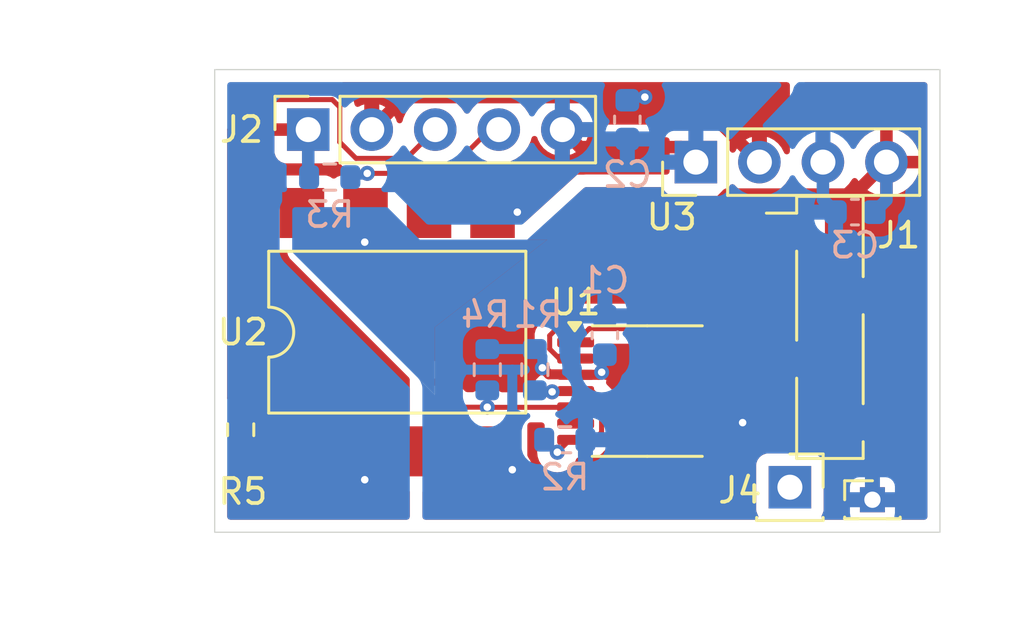
<source format=kicad_pcb>
(kicad_pcb (version 20240108) (generator "pcbnew") (generator_version "8.0")
  (layers (0 "F.Cu" signal) (31 "B.Cu" signal) (34 "B.Paste" user) (35 "F.Paste" user) (36 "B.SilkS" user "B.Silkscreen") (37 "F.SilkS" user "F.Silkscreen") (38 "B.Mask" user) (39 "F.Mask" user) (44 "Edge.Cuts" user))
  (net 0 "")
  (net 1 "+5VA")
  (net 2 "Net-(U1A--)")
  (net 3 "GND1")
  (net 4 "/Rx")
  (net 5 "+3.3V")
  (net 6 "Net-(U1A-+)")
  (net 7 "Net-(R5-Pad2)")
  (net 8 "/Tx")
  (net 9 "/Txn")
  (net 11 "/Txp")
  (net 12 "/Rxn")
  (net 13 "/Rxp")
  (net 14 "Net-(U1-Pad13)")
  (net 15 "GND")
  (net 16 "+5V")
  (footprint "Connector_PinSocket_2.54mm:PinSocket_1x04_P2.54mm_Vertical_SMD_Pin1Left" (layer "F.Cu") (at 160.7 84.71)
    (property "Reference" "J1" (at 2.75 -3.685 0) (layer "F.SilkS"))
    (property "Value" "Output pairs")
    (fp_line (start -2.54 -4.57) (end -1.33 -4.57) (stroke (width 0.12)) (layer "F.SilkS"))
    (fp_line (start -1.33 -5.24) (end -1.33 -4.57) (stroke (width 0.12)) (layer "F.SilkS"))
    (fp_line (start -1.33 -5.24) (end 1.33 -5.24) (stroke (width 0.12)) (layer "F.SilkS"))
    (fp_line (start -1.33 -3.05) (end -1.33 0.51) (stroke (width 0.12)) (layer "F.SilkS"))
    (fp_line (start -1.33 2.03) (end -1.33 5.24) (stroke (width 0.12)) (layer "F.SilkS"))
    (fp_line (start -1.33 5.24) (end 1.33 5.24) (stroke (width 0.12)) (layer "F.SilkS"))
    (fp_line (start 1.33 -5.24) (end 1.33 -2.03) (stroke (width 0.12)) (layer "F.SilkS"))
    (fp_line (start 1.33 -0.51) (end 1.33 3.05) (stroke (width 0.12)) (layer "F.SilkS"))
    (fp_line (start 1.33 4.57) (end 1.33 5.24) (stroke (width 0.12)) (layer "F.SilkS"))
    (pad "1" smd rect (at -1.65 -3.81) (size 1.9 1) (layers "F.Cu" "F.Paste" "F.Mask") (net 11 "/Txp"))
    (pad "2" smd rect (at 1.65 -1.27) (size 1.9 1) (layers "F.Cu" "F.Paste" "F.Mask") (net 9 "/Txn"))
    (pad "3" smd rect (at -1.65 1.27) (size 1.9 1) (layers "F.Cu" "F.Paste" "F.Mask") (net 13 "/Rxp"))
    (pad "4" smd rect (at 1.65 3.81) (size 1.9 1) (layers "F.Cu" "F.Paste" "F.Mask") (net 12 "/Rxn"))
  )
  (footprint "Connector_PinHeader_1.27mm:PinHeader_1x01_P1.27mm_Vertical" (layer "F.Cu") (at 162.4 91.6)
    (property "Reference" "J3" (hide yes))
    (property "Value" "Conn_GND 1mm")
    (fp_line (start -1.11 -0.76) (end 0 -0.76) (stroke (width 0.12)) (layer "F.SilkS"))
    (fp_line (start -1.11 0) (end -1.11 -0.76) (stroke (width 0.12)) (layer "F.SilkS"))
    (fp_line (start -1.11 0.76) (end -1.11 0.695) (stroke (width 0.12)) (layer "F.SilkS"))
    (fp_line (start -1.11 0.76) (end -0.563471 0.76) (stroke (width 0.12)) (layer "F.SilkS"))
    (fp_line (start -1.11 0.76) (end 1.11 0.76) (stroke (width 0.12)) (layer "F.SilkS"))
    (fp_line (start 0.563471 0.76) (end 1.11 0.76) (stroke (width 0.12)) (layer "F.SilkS"))
    (fp_line (start 1.11 0.76) (end 1.11 0.695) (stroke (width 0.12)) (layer "F.SilkS"))
    (pad "1" thru_hole rect (at 0 0) (size 1 1) (drill 0.65) (layers "*.Cu" "*.Mask") (net 3 "GND1"))
  )
  (footprint "Package_DIP:SMDIP-8_W9.53mm" (layer "F.Cu") (at 143.4 84.9 90)
    (property "Reference" "U2" (at 0 -6.175 0) (layer "F.SilkS"))
    (property "Value" "LTV-827S")
    (fp_line (start 3.235 -5.14) (end 1 -5.14) (stroke (width 0.12)) (layer "F.SilkS"))
    (fp_line (start -1 -5.14) (end -3.235 -5.14) (stroke (width 0.12)) (layer "F.SilkS"))
    (fp_line (start -3.235 -5.14) (end -3.235 5.14) (stroke (width 0.12)) (layer "F.SilkS"))
    (fp_line (start 3.235 5.14) (end 3.235 -5.14) (stroke (width 0.12)) (layer "F.SilkS"))
    (fp_line (start -3.235 5.14) (end 3.235 5.14) (stroke (width 0.12)) (layer "F.SilkS"))
    (fp_arc (start 1 -5.14) (mid 0 -4.14) (end -1 -5.14) (stroke (width 0.12)) (layer "F.SilkS"))
    (pad "1" smd rect (at -4.765 -3.81 90) (size 2 1.78) (layers "F.Cu" "F.Paste" "F.Mask") (net 7 "Net-(R5-Pad2)"))
    (pad "2" smd rect (at -4.765 -1.27 90) (size 2 1.78) (layers "F.Cu" "F.Paste" "F.Mask") (net 15 "GND"))
    (pad "3" smd rect (at -4.765 1.27 90) (size 2 1.78) (layers "F.Cu" "F.Paste" "F.Mask") (net 14 "Net-(U1-Pad13)"))
    (pad "4" smd rect (at -4.765 3.81 90) (size 2 1.78) (layers "F.Cu" "F.Paste" "F.Mask") (net 3 "GND1"))
    (pad "5" smd rect (at 4.765 3.81 90) (size 2 1.78) (layers "F.Cu" "F.Paste" "F.Mask") (net 15 "GND"))
    (pad "6" smd rect (at 4.765 1.27 90) (size 2 1.78) (layers "F.Cu" "F.Paste" "F.Mask") (net 4 "/Rx"))
    (pad "7" smd rect (at 4.765 -1.27 90) (size 2 1.78) (layers "F.Cu" "F.Paste" "F.Mask") (net 3 "GND1"))
    (pad "8" smd rect (at 4.765 -3.81 90) (size 2 1.78) (layers "F.Cu" "F.Paste" "F.Mask") (net 6 "Net-(U1A-+)"))
  )
  (footprint "Connector_PinSocket_2.54mm:PinSocket_1x01_P2.54mm_Vertical" (layer "F.Cu") (at 159.1 91.1)
    (property "Reference" "J4" (at -2 0.125 0) (layer "F.SilkS"))
    (property "Value" "MH_2.54mm")
    (fp_line (start -1.33 1.21) (end -1.33 1.33) (stroke (width 0.12)) (layer "F.SilkS"))
    (fp_line (start -1.33 1.33) (end 1.33 1.33) (stroke (width 0.12)) (layer "F.SilkS"))
    (fp_line (start 0 -1.33) (end 1.33 -1.33) (stroke (width 0.12)) (layer "F.SilkS"))
    (fp_line (start 1.33 -1.33) (end 1.33 0) (stroke (width 0.12)) (layer "F.SilkS"))
    (fp_line (start 1.33 1.21) (end 1.33 1.33) (stroke (width 0.12)) (layer "F.SilkS"))
    (pad "1" thru_hole rect (at 0 0) (size 1.7 1.7) (drill 1) (layers "*.Cu" "*.Mask"))
  )
  (footprint "Package_SO:TSSOP-14_4.4x5mm_P0.65mm" (layer "F.Cu") (at 153.395 87.255)
    (property "Reference" "U1" (at -2.87 -3.555 0) (layer "F.SilkS"))
    (property "Value" "LM339")
    (fp_line (start 0 -2.61) (end -2.2 -2.61) (stroke (width 0.12)) (layer "F.SilkS"))
    (fp_line (start 0 -2.61) (end 2.2 -2.61) (stroke (width 0.12)) (layer "F.SilkS"))
    (fp_line (start 0 2.61) (end -2.2 2.61) (stroke (width 0.12)) (layer "F.SilkS"))
    (fp_line (start 0 2.61) (end 2.2 2.61) (stroke (width 0.12)) (layer "F.SilkS"))
    (fp_poly (pts (xy -2.9 -2.41) (xy -3.14 -2.74) (xy -2.66 -2.74) (xy -2.9 -2.41)) (stroke (width 0.12)) (fill solid) (layer "F.SilkS"))
    (pad "1" smd roundrect (at -2.8625 -1.95) (size 1.475 0.4) (layers "F.Cu" "F.Paste" "F.Mask") (net 9 "/Txn"))
    (pad "2" smd roundrect (at -2.8625 -1.3) (size 1.475 0.4) (layers "F.Cu" "F.Paste" "F.Mask") (net 11 "/Txp"))
    (pad "3" smd roundrect (at -2.8625 -0.65) (size 1.475 0.4) (layers "F.Cu" "F.Paste" "F.Mask") (net 1 "+5VA"))
    (pad "4" smd roundrect (at -2.8625 0) (size 1.475 0.4) (layers "F.Cu" "F.Paste" "F.Mask") (net 2 "Net-(U1A--)"))
    (pad "5" smd roundrect (at -2.8625 0.65) (size 1.475 0.4) (layers "F.Cu" "F.Paste" "F.Mask") (net 6 "Net-(U1A-+)"))
    (pad "6" smd roundrect (at -2.8625 1.3) (size 1.475 0.4) (layers "F.Cu" "F.Paste" "F.Mask") (net 6 "Net-(U1A-+)"))
    (pad "7" smd roundrect (at -2.8625 1.95) (size 1.475 0.4) (layers "F.Cu" "F.Paste" "F.Mask") (net 2 "Net-(U1A--)"))
    (pad "8" smd roundrect (at 2.8625 1.95) (size 1.475 0.4) (layers "F.Cu" "F.Paste" "F.Mask") (net 3 "GND1"))
    (pad "9" smd roundrect (at 2.8625 1.3) (size 1.475 0.4) (layers "F.Cu" "F.Paste" "F.Mask") (net 3 "GND1"))
    (pad "10" smd roundrect (at 2.8625 0.65) (size 1.475 0.4) (layers "F.Cu" "F.Paste" "F.Mask") (net 12 "/Rxn"))
    (pad "11" smd roundrect (at 2.8625 0) (size 1.475 0.4) (layers "F.Cu" "F.Paste" "F.Mask") (net 13 "/Rxp"))
    (pad "12" smd roundrect (at 2.8625 -0.65) (size 1.475 0.4) (layers "F.Cu" "F.Paste" "F.Mask") (net 3 "GND1"))
    (pad "13" smd roundrect (at 2.8625 -1.3) (size 1.475 0.4) (layers "F.Cu" "F.Paste" "F.Mask") (net 14 "Net-(U1-Pad13)"))
    (pad "14" smd roundrect (at 2.8625 -1.95) (size 1.475 0.4) (layers "F.Cu" "F.Paste" "F.Mask"))
  )
  (footprint "Connector_PinHeader_2.54mm:PinHeader_1x04_P2.54mm_Vertical" (layer "F.Cu") (at 155.34 78.1 90)
    (property "Reference" "U3" (at -2.2 -0.965 0) (layer "F.SilkS"))
    (property "Value" "1S4E_0505S1.5U")
    (fp_line (start -1.33 -1.33) (end 0 -1.33) (stroke (width 0.12)) (layer "F.SilkS"))
    (fp_line (start -1.33 0) (end -1.33 -1.33) (stroke (width 0.12)) (layer "F.SilkS"))
    (fp_line (start 1.33 1.27) (end 1.33 8.95) (stroke (width 0.12)) (layer "F.SilkS"))
    (fp_line (start -1.33 1.27) (end 1.33 1.27) (stroke (width 0.12)) (layer "F.SilkS"))
    (fp_line (start -1.33 1.27) (end -1.33 8.95) (stroke (width 0.12)) (layer "F.SilkS"))
    (fp_line (start -1.33 8.95) (end 1.33 8.95) (stroke (width 0.12)) (layer "F.SilkS"))
    (pad "1" thru_hole rect (at 0 0 90) (size 1.7 1.7) (drill 1) (layers "*.Cu" "*.Mask") (net 15 "GND"))
    (pad "2" thru_hole oval (at 0 2.54 90) (size 1.7 1.7) (drill 1) (layers "*.Cu" "*.Mask") (net 16 "+5V"))
    (pad "3" thru_hole oval (at 0 5.08 90) (size 1.7 1.7) (drill 1) (layers "*.Cu" "*.Mask") (net 3 "GND1"))
    (pad "4" thru_hole oval (at 0 7.62 90) (size 1.7 1.7) (drill 1) (layers "*.Cu" "*.Mask") (net 1 "+5VA"))
  )
  (footprint "Resistor_SMD:R_0603_1608Metric" (layer "F.Cu") (at 137.14 88.8 -90)
    (property "Reference" "R5" (at 2.475 -0.085 180) (layer "F.SilkS"))
    (property "Value" "100")
    (fp_line (start -0.237258 0.5225) (end 0.237258 0.5225) (stroke (width 0.12)) (layer "F.SilkS"))
    (fp_line (start -0.237258 -0.5225) (end 0.237258 -0.5225) (stroke (width 0.12)) (layer "F.SilkS"))
    (pad "1" smd roundrect (at -0.825 0 270) (size 0.8 0.95) (layers "F.Cu" "F.Paste" "F.Mask") (net 8 "/Tx"))
    (pad "2" smd roundrect (at 0.825 0 270) (size 0.8 0.95) (layers "F.Cu" "F.Paste" "F.Mask") (net 7 "Net-(R5-Pad2)"))
  )
  (footprint "Connector_PinSocket_2.54mm:PinSocket_1x05_P2.54mm_Vertical" (layer "F.Cu") (at 139.84 76.8 90)
    (property "Reference" "J2" (at 0 -2.665 0) (layer "F.SilkS"))
    (property "Value" "Conn_01x05")
    (fp_line (start 1.33 -1.33) (end 1.33 0) (stroke (width 0.12)) (layer "F.SilkS"))
    (fp_line (start 0 -1.33) (end 1.33 -1.33) (stroke (width 0.12)) (layer "F.SilkS"))
    (fp_line (start 1.33 1.27) (end 1.33 11.49) (stroke (width 0.12)) (layer "F.SilkS"))
    (fp_line (start -1.33 1.27) (end 1.33 1.27) (stroke (width 0.12)) (layer "F.SilkS"))
    (fp_line (start -1.33 1.27) (end -1.33 11.49) (stroke (width 0.12)) (layer "F.SilkS"))
    (fp_line (start -1.33 11.49) (end 1.33 11.49) (stroke (width 0.12)) (layer "F.SilkS"))
    (pad "1" thru_hole rect (at 0 0 90) (size 1.7 1.7) (drill 1) (layers "*.Cu" "*.Mask") (net 5 "+3.3V"))
    (pad "2" thru_hole oval (at 0 2.54 90) (size 1.7 1.7) (drill 1) (layers "*.Cu" "*.Mask") (net 16 "+5V"))
    (pad "3" thru_hole oval (at 0 5.08 90) (size 1.7 1.7) (drill 1) (layers "*.Cu" "*.Mask") (net 8 "/Tx"))
    (pad "4" thru_hole oval (at 0 7.62 90) (size 1.7 1.7) (drill 1) (layers "*.Cu" "*.Mask") (net 4 "/Rx"))
    (pad "5" thru_hole oval (at 0 10.16 90) (size 1.7 1.7) (drill 1) (layers "*.Cu" "*.Mask") (net 15 "GND"))
  )
  (footprint "Resistor_SMD:R_0603_1608Metric" (layer "B.Cu") (at 148.9 86.4 -90)
    (property "Reference" "R1" (at -2.2 -0.125 180) (layer "B.SilkS") (effects (justify mirror)))
    (property "Value" "127")
    (fp_line (start 0.237258 0.5225) (end -0.237258 0.5225) (stroke (width 0.12)) (layer "B.SilkS"))
    (fp_line (start 0.237258 -0.5225) (end -0.237258 -0.5225) (stroke (width 0.12)) (layer "B.SilkS"))
    (pad "1" smd roundrect (at -0.825 0 270) (size 0.8 0.95) (layers "B.Cu" "B.Paste" "B.Mask") (net 1 "+5VA"))
    (pad "2" smd roundrect (at 0.825 0 270) (size 0.8 0.95) (layers "B.Cu" "B.Paste" "B.Mask") (net 2 "Net-(U1A--)"))
  )
  (footprint "Resistor_SMD:R_0603_1608Metric" (layer "B.Cu") (at 140.7 78.7)
    (property "Reference" "R3" (at 0 1.5 0) (layer "B.SilkS") (effects (justify mirror)))
    (property "Value" "10k")
    (fp_line (start 0.237258 -0.5225) (end -0.237258 -0.5225) (stroke (width 0.12)) (layer "B.SilkS"))
    (fp_line (start 0.237258 0.5225) (end -0.237258 0.5225) (stroke (width 0.12)) (layer "B.SilkS"))
    (pad "1" smd roundrect (at -0.825 0) (size 0.8 0.95) (layers "B.Cu" "B.Paste" "B.Mask") (net 5 "+3.3V"))
    (pad "2" smd roundrect (at 0.825 0) (size 0.8 0.95) (layers "B.Cu" "B.Paste" "B.Mask") (net 4 "/Rx"))
  )
  (footprint "Capacitor_SMD:C_0603_1608Metric" (layer "B.Cu") (at 152.6 76.4 -90)
    (property "Reference" "C2" (at 2.2 0 180) (layer "B.SilkS") (effects (justify mirror)))
    (property "Value" "4.7u")
    (fp_line (start 0.14058 0.51) (end -0.14058 0.51) (stroke (width 0.12)) (layer "B.SilkS"))
    (fp_line (start 0.14058 -0.51) (end -0.14058 -0.51) (stroke (width 0.12)) (layer "B.SilkS"))
    (pad "1" smd roundrect (at -0.775 0 270) (size 0.9 0.95) (layers "B.Cu" "B.Paste" "B.Mask") (net 16 "+5V"))
    (pad "2" smd roundrect (at 0.775 0 270) (size 0.9 0.95) (layers "B.Cu" "B.Paste" "B.Mask") (net 15 "GND"))
  )
  (footprint "Resistor_SMD:R_0603_1608Metric" (layer "B.Cu") (at 150.1 89.2)
    (property "Reference" "R2" (at 0 1.5 180) (layer "B.SilkS") (effects (justify mirror)))
    (property "Value" "127")
    (fp_line (start 0.237258 -0.5225) (end -0.237258 -0.5225) (stroke (width 0.12)) (layer "B.SilkS"))
    (fp_line (start 0.237258 0.5225) (end -0.237258 0.5225) (stroke (width 0.12)) (layer "B.SilkS"))
    (pad "1" smd roundrect (at -0.825 0) (size 0.8 0.95) (layers "B.Cu" "B.Paste" "B.Mask") (net 2 "Net-(U1A--)"))
    (pad "2" smd roundrect (at 0.825 0) (size 0.8 0.95) (layers "B.Cu" "B.Paste" "B.Mask") (net 3 "GND1"))
  )
  (footprint "Capacitor_SMD:C_0603_1608Metric" (layer "B.Cu") (at 151.7 85.025 90)
    (property "Reference" "C1" (at 2.2 0 0) (layer "B.SilkS") (effects (justify mirror)))
    (property "Value" "0.1u")
    (fp_line (start 0.14058 -0.51) (end -0.14058 -0.51) (stroke (width 0.12)) (layer "B.SilkS"))
    (fp_line (start 0.14058 0.51) (end -0.14058 0.51) (stroke (width 0.12)) (layer "B.SilkS"))
    (pad "1" smd roundrect (at -0.775 0 90) (size 0.9 0.95) (layers "B.Cu" "B.Paste" "B.Mask") (net 1 "+5VA"))
    (pad "2" smd roundrect (at 0.775 0 90) (size 0.9 0.95) (layers "B.Cu" "B.Paste" "B.Mask") (net 3 "GND1"))
  )
  (footprint "Resistor_SMD:R_0603_1608Metric" (layer "B.Cu") (at 147 86.4 -90)
    (property "Reference" "R4" (at -2.2 0.075 180) (layer "B.SilkS") (effects (justify mirror)))
    (property "Value" "10k")
    (fp_line (start 0.237258 0.5225) (end -0.237258 0.5225) (stroke (width 0.12)) (layer "B.SilkS"))
    (fp_line (start 0.237258 -0.5225) (end -0.237258 -0.5225) (stroke (width 0.12)) (layer "B.SilkS"))
    (pad "1" smd roundrect (at -0.825 0 270) (size 0.8 0.95) (layers "B.Cu" "B.Paste" "B.Mask") (net 1 "+5VA"))
    (pad "2" smd roundrect (at 0.825 0 270) (size 0.8 0.95) (layers "B.Cu" "B.Paste" "B.Mask") (net 6 "Net-(U1A-+)"))
  )
  (footprint "Capacitor_SMD:C_0603_1608Metric" (layer "B.Cu") (at 161.7 80.1 180)
    (property "Reference" "C3" (at 0 -1.325 180) (layer "B.SilkS") (effects (justify mirror)))
    (property "Value" "10u")
    (fp_line (start 0.14058 0.51) (end -0.14058 0.51) (stroke (width 0.12)) (layer "B.SilkS"))
    (fp_line (start 0.14058 -0.51) (end -0.14058 -0.51) (stroke (width 0.12)) (layer "B.SilkS"))
    (pad "1" smd roundrect (at -0.775 0 180) (size 0.9 0.95) (layers "B.Cu" "B.Paste" "B.Mask") (net 1 "+5VA"))
    (pad "2" smd roundrect (at 0.775 0 180) (size 0.9 0.95) (layers "B.Cu" "B.Paste" "B.Mask") (net 3 "GND1"))
  )
  (gr_rect (start 136.1 74.4) (end 165.1 92.9) (stroke (width 0.05)) (fill none) (layer "Edge.Cuts"))
  (segment (start 162.96 78.1) (end 161.66 79.4) (width 0.5) (layer "F.Cu") (net 1))
  (segment (start 151.469917 86.605) (end 151.57285 86.502067) (width 0.4) (layer "F.Cu") (net 1))
  (segment (start 150.5325 86.605) (end 151.469917 86.605) (width 0.4) (layer "F.Cu") (net 1))
  (segment (start 150.513378 86.585878) (end 149.461775 86.585878) (width 0.4) (layer "F.Cu") (net 1))
  (segment (start 156.6 79.4) (end 156.4 79.6) (width 0.5) (layer "F.Cu") (net 1))
  (segment (start 161.66 79.4) (end 156.6 79.4) (width 0.5) (layer "F.Cu") (net 1))
  (segment (start 150.5325 86.605) (end 150.513378 86.585878) (width 0.4) (layer "F.Cu") (net 1))
  (segment (start 149.461775 86.585878) (end 149.200935 86.325038) (width 0.4) (layer "F.Cu") (net 1))
  (via (at 149.200935 86.325038) (size 0.6) (drill 0.3) (layers "F.Cu" "B.Cu") (net 1))
  (via (at 151.57285 86.502067) (size 0.6) (drill 0.3) (layers "F.Cu" "B.Cu") (net 1))
  (segment (start 162.96 78.1) (end 162.96 79.615) (width 0.5) (layer "B.Cu") (net 1))
  (segment (start 149.200935 86.325038) (end 149.200935 85.875935) (width 0.4) (layer "B.Cu") (net 1))
  (segment (start 162.96 79.615) (end 162.475 80.1) (width 0.5) (layer "B.Cu") (net 1))
  (segment (start 151.57285 86.502067) (end 151.57285 85.80215) (width 0.4) (layer "B.Cu") (net 1))
  (segment (start 149.200935 85.875935) (end 148.9 85.575) (width 0.4) (layer "B.Cu") (net 1))
  (segment (start 148.9 85.575) (end 147 85.575) (width 0.4) (layer "B.Cu") (net 1))
  (segment (start 151.269999 89.205) (end 151.57 88.904999) (width 0.2) (layer "F.Cu") (net 2))
  (segment (start 149.623344 87.255) (end 150.5325 87.255) (width 0.2) (layer "F.Cu") (net 2))
  (segment (start 151.57 88.904999) (end 151.57 87.636544) (width 0.2) (layer "F.Cu") (net 2))
  (segment (start 151.188456 87.255) (end 150.5325 87.255) (width 0.2) (layer "F.Cu") (net 2))
  (segment (start 150.295 89.205) (end 149.8 89.7) (width 0.2) (layer "F.Cu") (net 2))
  (segment (start 151.57 87.636544) (end 151.188456 87.255) (width 0.2) (layer "F.Cu") (net 2))
  (segment (start 150.5325 89.205) (end 151.269999 89.205) (width 0.2) (layer "F.Cu") (net 2))
  (segment (start 149.592466 87.285878) (end 149.623344 87.255) (width 0.2) (layer "F.Cu") (net 2))
  (segment (start 150.5325 89.205) (end 150.295 89.205) (width 0.2) (layer "F.Cu") (net 2))
  (via (at 149.592466 87.285878) (size 0.6) (drill 0.3) (layers "F.Cu" "B.Cu") (net 2))
  (via (at 149.8 89.7) (size 0.6) (drill 0.3) (layers "F.Cu" "B.Cu") (net 2))
  (segment (start 149.275 89.2) (end 149.3 89.2) (width 0.2) (layer "B.Cu") (net 2))
  (segment (start 149.3 89.2) (end 149.8 89.7) (width 0.2) (layer "B.Cu") (net 2))
  (segment (start 149.592466 87.285878) (end 148.960878 87.285878) (width 0.2) (layer "B.Cu") (net 2))
  (segment (start 148.960878 87.285878) (end 148.9 87.225) (width 0.2) (layer "B.Cu") (net 2))
  (segment (start 142.13 81.27) (end 142.1 81.3) (width 0.5) (layer "F.Cu") (net 3))
  (segment (start 148 90.4) (end 147.265 89.665) (width 0.5) (layer "F.Cu") (net 3))
  (segment (start 155.22 88.22) (end 155.555 88.555) (width 0.2) (layer "F.Cu") (net 3))
  (segment (start 142.13 80.135) (end 142.13 81.27) (width 0.5) (layer "F.Cu") (net 3))
  (segment (start 157.209303 88.516593) (end 157.170896 88.555) (width 0.4) (layer "F.Cu") (net 3))
  (segment (start 155.555 88.555) (end 156.2575 88.555) (width 0.2) (layer "F.Cu") (net 3))
  (segment (start 157.170896 88.555) (end 156.2575 88.555) (width 0.4) (layer "F.Cu") (net 3))
  (segment (start 155.22 86.905001) (end 155.22 88.22) (width 0.2) (layer "F.Cu") (net 3))
  (segment (start 155.520001 86.605) (end 155.22 86.905001) (width 0.2) (layer "F.Cu") (net 3))
  (segment (start 157.209303 88.516593) (end 156.520896 89.205) (width 0.4) (layer "F.Cu") (net 3))
  (segment (start 156.520896 89.205) (end 156.2575 89.205) (width 0.2) (layer "F.Cu") (net 3))
  (segment (start 147.265 89.665) (end 147.21 89.665) (width 0.5) (layer "F.Cu") (net 3))
  (segment (start 156.2575 86.605) (end 155.520001 86.605) (width 0.2) (layer "F.Cu") (net 3))
  (via (at 148 90.4) (size 0.6) (drill 0.3) (layers "F.Cu" "B.Cu") (net 3))
  (via (at 157.209303 88.516593) (size 0.6) (drill 0.3) (layers "F.Cu" "B.Cu") (net 3))
  (via (at 142.1 81.3) (size 0.6) (drill 0.3) (layers "F.Cu" "B.Cu") (net 3))
  (segment (start 148.5 86.4) (end 148 86.4) (width 0.4) (layer "B.Cu") (net 3))
  (segment (start 160.42 79.595) (end 160.925 80.1) (width 0.5) (layer "B.Cu") (net 3))
  (segment (start 148 86.4) (end 148 88) (width 0.4) (layer "B.Cu") (net 3))
  (segment (start 145.8 86.4) (end 148 86.4) (width 0.4) (layer "B.Cu") (net 3))
  (segment (start 160.42 78.1) (end 160.42 79.595) (width 0.5) (layer "B.Cu") (net 3))
  (segment (start 147.1 76.8) (end 144.67 79.23) (width 0.2) (layer "F.Cu") (net 4))
  (segment (start 147.46 76.8) (end 147.1 76.8) (width 0.2) (layer "F.Cu") (net 4))
  (segment (start 144.67 79.23) (end 144.67 80.135) (width 0.2) (layer "F.Cu") (net 4))
  (segment (start 142.2 78.55) (end 143.085 78.55) (width 0.2) (layer "F.Cu") (net 4))
  (segment (start 143.085 78.55) (end 144.67 80.135) (width 0.2) (layer "F.Cu") (net 4))
  (via (at 142.2 78.55) (size 0.6) (drill 0.3) (layers "F.Cu" "B.Cu") (net 4))
  (segment (start 141.525 78.7) (end 142.05 78.7) (width 0.2) (layer "B.Cu") (net 4))
  (segment (start 142.05 78.7) (end 142.2 78.55) (width 0.2) (layer "B.Cu") (net 4))
  (segment (start 143.4 88.2) (end 143.4 91.1) (width 0.2) (layer "F.Cu") (net 5))
  (segment (start 140.9 88.15) (end 140.9 91.1) (width 0.2) (layer "F.Cu") (net 5))
  (segment (start 139.84 78.665) (end 139.875 78.7) (width 0.5) (layer "B.Cu") (net 5))
  (segment (start 139.84 76.8) (end 139.84 78.665) (width 0.5) (layer "B.Cu") (net 5))
  (segment (start 150.5325 88.555) (end 150.5325 87.905) (width 0.2) (layer "F.Cu") (net 6))
  (segment (start 139.59 81.59) (end 145.9 87.9) (width 0.2) (layer "F.Cu") (net 6))
  (segment (start 139.59 80.135) (end 139.59 81.59) (width 0.2) (layer "F.Cu") (net 6))
  (segment (start 147 87.9) (end 147.005 87.905) (width 0.2) (layer "F.Cu") (net 6))
  (segment (start 145.9 87.9) (end 147 87.9) (width 0.2) (layer "F.Cu") (net 6))
  (segment (start 147.005 87.905) (end 150.5325 87.905) (width 0.2) (layer "F.Cu") (net 6))
  (via (at 147 87.9) (size 0.6) (drill 0.3) (layers "F.Cu" "B.Cu") (net 6))
  (segment (start 147 87.225) (end 147 87.9) (width 0.2) (layer "B.Cu") (net 6))
  (segment (start 137.14 89.625) (end 139.55 89.625) (width 0.2) (layer "F.Cu") (net 7))
  (segment (start 139.55 89.625) (end 139.59 89.665) (width 0.2) (layer "F.Cu") (net 7))
  (segment (start 141.75 77.95) (end 141.1 77.3) (width 0.2) (layer "F.Cu") (net 8))
  (segment (start 136.7 76.8) (end 136.7 87.535) (width 0.2) (layer "F.Cu") (net 8))
  (segment (start 141.1 75.9) (end 140.8 75.6) (width 0.2) (layer "F.Cu") (net 8))
  (segment (start 137.9 75.6) (end 136.7 76.8) (width 0.2) (layer "F.Cu") (net 8))
  (segment (start 144.92 76.8) (end 143.77 77.95) (width 0.2) (layer "F.Cu") (net 8))
  (segment (start 141.1 77.3) (end 141.1 75.9) (width 0.2) (layer "F.Cu") (net 8))
  (segment (start 143.77 77.95) (end 141.75 77.95) (width 0.2) (layer "F.Cu") (net 8))
  (segment (start 136.7 87.535) (end 137.14 87.975) (width 0.2) (layer "F.Cu") (net 8))
  (segment (start 140.8 75.6) (end 137.9 75.6) (width 0.2) (layer "F.Cu") (net 8))
  (segment (start 157.405686 84.76) (end 158.865686 83.3) (width 0.2) (layer "F.Cu") (net 9))
  (segment (start 162.19 83.3) (end 162.35 83.46) (width 0.2) (layer "F.Cu") (net 9))
  (segment (start 158.865686 83.3) (end 162.19 83.3) (width 0.2) (layer "F.Cu") (net 9))
  (segment (start 150.5325 85.305) (end 151.0775 84.76) (width 0.2) (layer "F.Cu") (net 9))
  (segment (start 151.0775 84.76) (end 157.405686 84.76) (width 0.2) (layer "F.Cu") (net 9))
  (segment (start 150.171544 84.36) (end 157.24 84.36) (width 0.2) (layer "F.Cu") (net 11))
  (segment (start 149.495 85.573456) (end 149.495 85.036544) (width 0.2) (layer "F.Cu") (net 11))
  (segment (start 158.6 81.35) (end 159.05 80.9) (width 0.2) (layer "F.Cu") (net 11))
  (segment (start 158.6 83) (end 158.6 81.35) (width 0.2) (layer "F.Cu") (net 11))
  (segment (start 149.876544 85.955) (end 149.495 85.573456) (width 0.2) (layer "F.Cu") (net 11))
  (segment (start 157.24 84.36) (end 158.6 83) (width 0.2) (layer "F.Cu") (net 11))
  (segment (start 149.495 85.036544) (end 150.171544 84.36) (width 0.2) (layer "F.Cu") (net 11))
  (segment (start 150.5325 85.955) (end 149.876544 85.955) (width 0.2) (layer "F.Cu") (net 11))
  (segment (start 161.845 88.54) (end 162.35 88.54) (width 0.2) (layer "F.Cu") (net 12))
  (segment (start 156.3625 87.8) (end 161.105 87.8) (width 0.2) (layer "F.Cu") (net 12))
  (segment (start 156.2575 87.905) (end 156.3625 87.8) (width 0.2) (layer "F.Cu") (net 12))
  (segment (start 161.105 87.8) (end 161.845 88.54) (width 0.2) (layer "F.Cu") (net 12))
  (segment (start 156.4025 87.4) (end 157.625 87.4) (width 0.2) (layer "F.Cu") (net 13))
  (segment (start 157.625 87.4) (end 159.025 86) (width 0.2) (layer "F.Cu") (net 13))
  (segment (start 156.2575 87.255) (end 156.4025 87.4) (width 0.2) (layer "F.Cu") (net 13))
  (segment (start 159.025 86) (end 159.05 86) (width 0.2) (layer "F.Cu") (net 13))
  (segment (start 154.8 89.7) (end 153.1 91.4) (width 0.2) (layer "F.Cu") (net 14))
  (segment (start 154.8 86.675001) (end 154.8 89.7) (width 0.2) (layer "F.Cu") (net 14))
  (segment (start 153.1 91.4) (end 146.405 91.4) (width 0.2) (layer "F.Cu") (net 14))
  (segment (start 156.2575 85.955) (end 155.520001 85.955) (width 0.2) (layer "F.Cu") (net 14))
  (segment (start 155.520001 85.955) (end 154.8 86.675001) (width 0.2) (layer "F.Cu") (net 14))
  (segment (start 146.405 91.4) (end 144.67 89.665) (width 0.2) (layer "F.Cu") (net 14))
  (segment (start 142.13 90.77) (end 142.1 90.8) (width 0.5) (layer "F.Cu") (net 15))
  (segment (start 147.21 80.135) (end 148.165 80.135) (width 0.5) (layer "F.Cu") (net 15))
  (segment (start 150 76.8) (end 150.7 77.5) (width 0.5) (layer "F.Cu") (net 15))
  (segment (start 150.7 77.5) (end 154.74 77.5) (width 0.5) (layer "F.Cu") (net 15))
  (segment (start 148.165 80.135) (end 148.2 80.1) (width 0.5) (layer "F.Cu") (net 15))
  (segment (start 154.74 77.5) (end 155.34 78.1) (width 0.5) (layer "F.Cu") (net 15))
  (segment (start 142.13 89.665) (end 142.13 90.77) (width 0.5) (layer "F.Cu") (net 15))
  (via (at 148.2 80.1) (size 0.6) (drill 0.3) (layers "F.Cu" "B.Cu") (net 15))
  (via (at 142.1 90.8) (size 0.6) (drill 0.3) (layers "F.Cu" "B.Cu") (net 15))
  (segment (start 155.28 75.5) (end 157.88 78.1) (width 0.5) (layer "F.Cu") (net 16))
  (segment (start 153.3 75.5) (end 152.8 75.5) (width 0.2) (layer "F.Cu") (net 16))
  (segment (start 143.68 75.5) (end 152.8 75.5) (width 0.5) (layer "F.Cu") (net 16))
  (segment (start 142.38 76.8) (end 143.68 75.5) (width 0.5) (layer "F.Cu") (net 16))
  (segment (start 152.8 75.5) (end 155.28 75.5) (width 0.5) (layer "F.Cu") (net 16))
  (via (at 153.3 75.5) (size 0.6) (drill 0.3) (layers "F.Cu" "B.Cu") (net 16))
  (segment (start 153.175 75.625) (end 152.6 75.625) (width 0.2) (layer "B.Cu") (net 16))
  (segment (start 153.3 75.5) (end 153.175 75.625) (width 0.2) (layer "B.Cu") (net 16))
  (zone (net 15) (net_name "GND") (layer "F.Cu") (priority 3) (connect_pads (clearance 0.5)) (min_thickness 0.25) (fill yes (thermal_gap 0.2) (thermal_bridge_width 0.6))
    (polygon (pts (xy 145.9 80.6) (xy 145.9 76.8) (xy 156.3 76.8) (xy 156.3 78.3) (xy 156 78.6) (xy 150.6 78.6) (xy 148.4 80.6)))
  )
  (zone (net 1) (net_name "+5VA") (layer "F.Cu") (priority 3) (connect_pads (clearance 0.5)) (min_thickness 0.25) (fill yes (thermal_gap 0.5) (thermal_bridge_width 0.5))
    (polygon (pts (xy 164.7 74.4) (xy 159.9 74.4) (xy 155.5 79.1) (xy 150.9 79.1) (xy 148.4 81.4) (xy 144.5 81.4) (xy 143 79.9) (xy 139.2 79.9) (xy 139.2 81.7) (xy 144.2 86.7) (xy 144.2 92.9) (xy 164.7 92.9)))
  )
  (zone (net 16) (net_name "+5V") (layer "F.Cu") (priority 5) (connect_pads (clearance 0.5)) (min_thickness 0.25) (fill yes (thermal_gap 0.2) (thermal_bridge_width 0.6))
    (polygon (pts (xy 136.3 74.4) (xy 136.3 76.5) (xy 137.6 75.3) (xy 140.9 75.3) (xy 141.4 75.8) (xy 141.4 76.6) (xy 141.4 76.6) (xy 143.7 76.6) (xy 155.9 76.6) (xy 156.6 77.3) (xy 156.6 78.6) (xy 159.1 78.6) (xy 159.1 77.8) (xy 159.1 74.4)))
  )
  (zone (net 5) (net_name "+3.3V") (layer "F.Cu") (priority 4) (connect_pads (clearance 0.5)) (min_thickness 0.25) (fill yes (thermal_gap 0.5) (thermal_bridge_width 0.5))
    (polygon (pts (xy 140.8 76) (xy 140.4 75.6) (xy 138 75.6) (xy 136.3 77.3) (xy 136.3 92.9) (xy 143.9 92.9) (xy 143.9 86.4) (xy 139.2 81.7) (xy 139.2 78.9) (xy 141.8 78.9) (xy 141.8 78.1) (xy 140.8 77.1)))
  )
  (zone (net 3) (net_name "GND1") (layer "B.Cu") (priority 2) (connect_pads (clearance 0.5)) (min_thickness 0.25) (fill yes (thermal_gap 0.5) (thermal_bridge_width 0.5))
    (polygon (pts (xy 143 79.9) (xy 139.2 79.9) (xy 139.2 81.7) (xy 144.9 87.4) (xy 144.9 84.7) (xy 149.4 81.2) (xy 144.3 81.2)))
  )
  (zone (net 15) (net_name "GND") (layer "B.Cu") (priority 1) (connect_pads (clearance 0.5)) (min_thickness 0.25) (fill yes (thermal_gap 0.4) (thermal_bridge_width 0.6))
    (polygon (pts (xy 148.4 80.6) (xy 144.6 80.6) (xy 143.3 79.3) (xy 138.8 79.3) (xy 138.8 81.8) (xy 143.9 86.9) (xy 143.9 92.9) (xy 136.3 92.9) (xy 136.3 74.4) (xy 159.4 74.4) (xy 155.5 78.5) (xy 150.7 78.5)))
  )
  (zone (net 3) (net_name "GND1") (layer "B.Cu") (connect_pads (clearance 0.5)) (min_thickness 0.25) (fill yes (thermal_gap 0.4) (thermal_bridge_width 0.6))
    (polygon (pts (xy 164.7 92.9) (xy 144.2 92.9) (xy 144.2 85.2) (xy 150.9 79.1) (xy 155.5 79.1) (xy 159.9 74.4) (xy 164.7 74.4)))
  )
)
</source>
